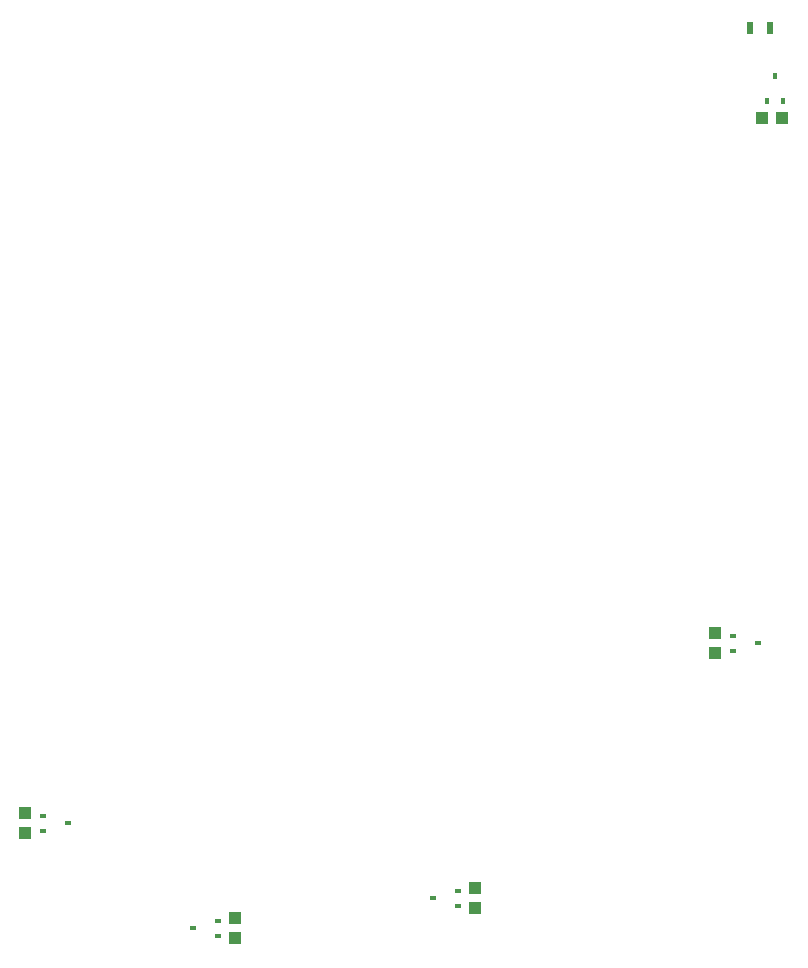
<source format=gbr>
G04 EAGLE Gerber RS-274X export*
G75*
%MOMM*%
%FSLAX34Y34*%
%LPD*%
%INSolderpaste Bottom*%
%IPPOS*%
%AMOC8*
5,1,8,0,0,1.08239X$1,22.5*%
G01*
%ADD10R,0.600000X0.400000*%
%ADD11R,1.000000X1.100000*%
%ADD12R,1.100000X1.000000*%
%ADD13R,0.553200X1.000000*%
%ADD14R,0.400000X0.600000*%


D10*
X-611800Y82400D03*
X-611800Y95400D03*
X-632800Y88900D03*
X-759800Y184300D03*
X-759800Y171300D03*
X-738800Y177800D03*
X-175600Y336700D03*
X-175600Y323700D03*
X-154600Y330200D03*
D11*
X-393700Y105800D03*
X-393700Y122800D03*
X-596900Y80400D03*
X-596900Y97400D03*
X-774700Y186300D03*
X-774700Y169300D03*
X-190500Y338700D03*
X-190500Y321700D03*
D12*
X-150740Y774700D03*
X-133740Y774700D03*
D13*
X-144134Y850900D03*
X-160666Y850900D03*
D10*
X-408600Y107800D03*
X-408600Y120800D03*
X-429600Y114300D03*
D14*
X-146200Y789600D03*
X-133200Y789600D03*
X-139700Y810600D03*
M02*

</source>
